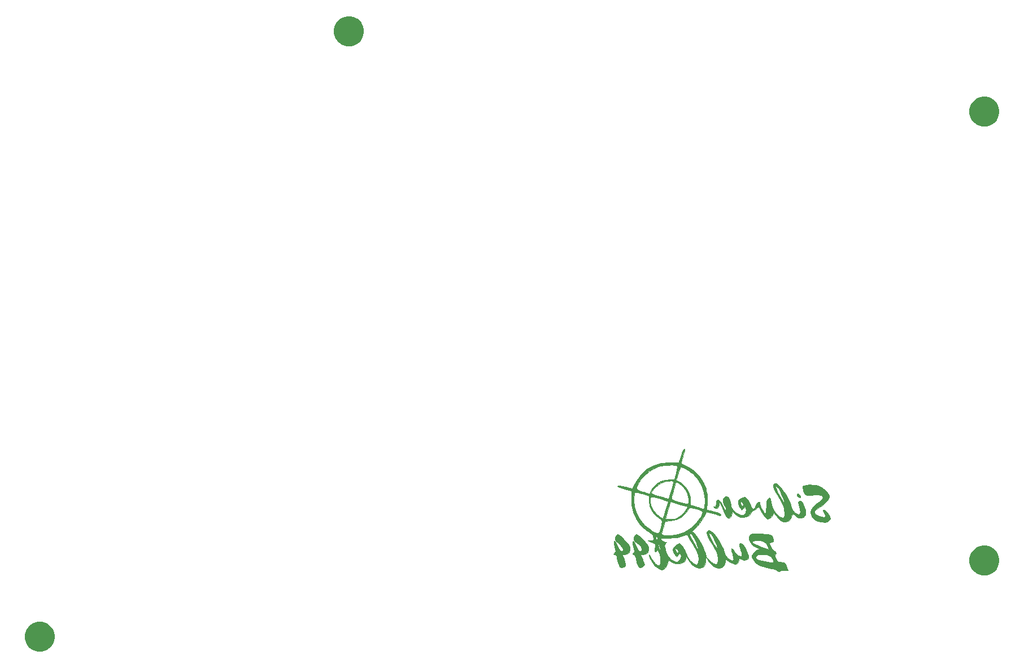
<source format=gbs>
G04 #@! TF.GenerationSoftware,KiCad,Pcbnew,5.1.5+dfsg1-2build2*
G04 #@! TF.CreationDate,2020-09-19T22:38:51+09:00*
G04 #@! TF.ProjectId,bottom,626f7474-6f6d-42e6-9b69-6361645f7063,rev?*
G04 #@! TF.SameCoordinates,Original*
G04 #@! TF.FileFunction,Soldermask,Bot*
G04 #@! TF.FilePolarity,Negative*
%FSLAX46Y46*%
G04 Gerber Fmt 4.6, Leading zero omitted, Abs format (unit mm)*
G04 Created by KiCad (PCBNEW 5.1.5+dfsg1-2build2) date 2020-09-19 22:38:51*
%MOMM*%
%LPD*%
G04 APERTURE LIST*
%ADD10C,0.010000*%
%ADD11C,0.100000*%
G04 APERTURE END LIST*
D10*
G36*
X123313184Y-91219845D02*
G01*
X123138718Y-91280295D01*
X123026435Y-91367708D01*
X122822989Y-91726773D01*
X122836525Y-92140687D01*
X123048715Y-92568666D01*
X123441232Y-92969923D01*
X123868755Y-93242225D01*
X124396500Y-93513365D01*
X123987645Y-93681957D01*
X123641191Y-93912141D01*
X123383900Y-94227426D01*
X123267497Y-94501388D01*
X123271758Y-94730957D01*
X123399952Y-95046640D01*
X123404663Y-95056534D01*
X123772982Y-95537445D01*
X124371224Y-95926593D01*
X125190683Y-96219234D01*
X125765074Y-96343081D01*
X126272317Y-96449666D01*
X126698641Y-96571922D01*
X126968016Y-96687181D01*
X127001317Y-96711691D01*
X127234416Y-96880106D01*
X127383155Y-96853741D01*
X127442531Y-96777186D01*
X127606976Y-96716421D01*
X127934132Y-96714638D01*
X128085026Y-96730949D01*
X128422107Y-96760884D01*
X128624682Y-96747480D01*
X128651000Y-96726378D01*
X128601175Y-96572558D01*
X128474372Y-96273180D01*
X128386199Y-96080890D01*
X128205589Y-95737791D01*
X128028430Y-95564758D01*
X127766569Y-95494948D01*
X127592449Y-95479024D01*
X127465458Y-95459451D01*
X126492000Y-95459451D01*
X126376821Y-95504443D01*
X126066002Y-95498328D01*
X125611619Y-95446146D01*
X125065749Y-95352934D01*
X124781110Y-95293910D01*
X124268201Y-95167730D01*
X123968778Y-95045998D01*
X123844898Y-94897118D01*
X123858616Y-94689489D01*
X123862359Y-94678500D01*
X123698000Y-94678500D01*
X123634500Y-94742000D01*
X123571000Y-94678500D01*
X123634500Y-94615000D01*
X123698000Y-94678500D01*
X123862359Y-94678500D01*
X123902088Y-94561887D01*
X124012761Y-94444909D01*
X124265809Y-94381961D01*
X124713084Y-94361215D01*
X124782820Y-94361000D01*
X125428634Y-94389008D01*
X125871502Y-94485698D01*
X126157571Y-94670066D01*
X126332988Y-94961107D01*
X126349415Y-95005882D01*
X126445543Y-95293352D01*
X126491368Y-95453441D01*
X126492000Y-95459451D01*
X127465458Y-95459451D01*
X127230213Y-95423193D01*
X127012494Y-95277904D01*
X126843641Y-94999959D01*
X126710465Y-94633240D01*
X126748391Y-94434809D01*
X126872103Y-94165265D01*
X126785762Y-93893241D01*
X126559088Y-93727364D01*
X126385450Y-93594395D01*
X125756380Y-93594395D01*
X125012940Y-93338634D01*
X124497891Y-93148042D01*
X123982935Y-92936528D01*
X123723889Y-92818770D01*
X123361108Y-92602474D01*
X123248376Y-92429183D01*
X123384855Y-92303513D01*
X123769703Y-92230080D01*
X123832012Y-92225036D01*
X124537632Y-92226830D01*
X125050270Y-92362603D01*
X125403381Y-92651263D01*
X125630420Y-93111715D01*
X125673951Y-93265969D01*
X125756380Y-93594395D01*
X126385450Y-93594395D01*
X126333724Y-93554785D01*
X126117399Y-93258838D01*
X125958486Y-92928390D01*
X125905357Y-92652310D01*
X125928839Y-92569508D01*
X126100186Y-92474350D01*
X126245496Y-92456000D01*
X126436016Y-92359621D01*
X126492620Y-92119105D01*
X126413294Y-91807384D01*
X126269750Y-91578422D01*
X126140649Y-91455874D01*
X125956770Y-91370212D01*
X125666975Y-91310432D01*
X125220123Y-91265532D01*
X124645685Y-91228989D01*
X124015999Y-91198533D01*
X123588721Y-91194038D01*
X123313184Y-91219845D01*
G37*
X123313184Y-91219845D02*
X123138718Y-91280295D01*
X123026435Y-91367708D01*
X122822989Y-91726773D01*
X122836525Y-92140687D01*
X123048715Y-92568666D01*
X123441232Y-92969923D01*
X123868755Y-93242225D01*
X124396500Y-93513365D01*
X123987645Y-93681957D01*
X123641191Y-93912141D01*
X123383900Y-94227426D01*
X123267497Y-94501388D01*
X123271758Y-94730957D01*
X123399952Y-95046640D01*
X123404663Y-95056534D01*
X123772982Y-95537445D01*
X124371224Y-95926593D01*
X125190683Y-96219234D01*
X125765074Y-96343081D01*
X126272317Y-96449666D01*
X126698641Y-96571922D01*
X126968016Y-96687181D01*
X127001317Y-96711691D01*
X127234416Y-96880106D01*
X127383155Y-96853741D01*
X127442531Y-96777186D01*
X127606976Y-96716421D01*
X127934132Y-96714638D01*
X128085026Y-96730949D01*
X128422107Y-96760884D01*
X128624682Y-96747480D01*
X128651000Y-96726378D01*
X128601175Y-96572558D01*
X128474372Y-96273180D01*
X128386199Y-96080890D01*
X128205589Y-95737791D01*
X128028430Y-95564758D01*
X127766569Y-95494948D01*
X127592449Y-95479024D01*
X127465458Y-95459451D01*
X126492000Y-95459451D01*
X126376821Y-95504443D01*
X126066002Y-95498328D01*
X125611619Y-95446146D01*
X125065749Y-95352934D01*
X124781110Y-95293910D01*
X124268201Y-95167730D01*
X123968778Y-95045998D01*
X123844898Y-94897118D01*
X123858616Y-94689489D01*
X123862359Y-94678500D01*
X123698000Y-94678500D01*
X123634500Y-94742000D01*
X123571000Y-94678500D01*
X123634500Y-94615000D01*
X123698000Y-94678500D01*
X123862359Y-94678500D01*
X123902088Y-94561887D01*
X124012761Y-94444909D01*
X124265809Y-94381961D01*
X124713084Y-94361215D01*
X124782820Y-94361000D01*
X125428634Y-94389008D01*
X125871502Y-94485698D01*
X126157571Y-94670066D01*
X126332988Y-94961107D01*
X126349415Y-95005882D01*
X126445543Y-95293352D01*
X126491368Y-95453441D01*
X126492000Y-95459451D01*
X127465458Y-95459451D01*
X127230213Y-95423193D01*
X127012494Y-95277904D01*
X126843641Y-94999959D01*
X126710465Y-94633240D01*
X126748391Y-94434809D01*
X126872103Y-94165265D01*
X126785762Y-93893241D01*
X126559088Y-93727364D01*
X126385450Y-93594395D01*
X125756380Y-93594395D01*
X125012940Y-93338634D01*
X124497891Y-93148042D01*
X123982935Y-92936528D01*
X123723889Y-92818770D01*
X123361108Y-92602474D01*
X123248376Y-92429183D01*
X123384855Y-92303513D01*
X123769703Y-92230080D01*
X123832012Y-92225036D01*
X124537632Y-92226830D01*
X125050270Y-92362603D01*
X125403381Y-92651263D01*
X125630420Y-93111715D01*
X125673951Y-93265969D01*
X125756380Y-93594395D01*
X126385450Y-93594395D01*
X126333724Y-93554785D01*
X126117399Y-93258838D01*
X125958486Y-92928390D01*
X125905357Y-92652310D01*
X125928839Y-92569508D01*
X126100186Y-92474350D01*
X126245496Y-92456000D01*
X126436016Y-92359621D01*
X126492620Y-92119105D01*
X126413294Y-91807384D01*
X126269750Y-91578422D01*
X126140649Y-91455874D01*
X125956770Y-91370212D01*
X125666975Y-91310432D01*
X125220123Y-91265532D01*
X124645685Y-91228989D01*
X124015999Y-91198533D01*
X123588721Y-91194038D01*
X123313184Y-91219845D01*
G36*
X112964264Y-78599830D02*
G01*
X112819888Y-78899725D01*
X112715046Y-79216250D01*
X112545048Y-79810044D01*
X112421922Y-80199839D01*
X112325622Y-80426658D01*
X112236103Y-80531530D01*
X112133318Y-80555479D01*
X112063832Y-80549017D01*
X111823047Y-80531937D01*
X111412625Y-80517213D01*
X110916926Y-80507788D01*
X110865007Y-80507241D01*
X109711512Y-80618552D01*
X108618252Y-80960694D01*
X107619023Y-81511877D01*
X106747620Y-82250312D01*
X106037839Y-83154208D01*
X105659921Y-83863144D01*
X105497864Y-84199622D01*
X105369203Y-84414029D01*
X105324085Y-84455000D01*
X105175187Y-84423593D01*
X104844672Y-84340102D01*
X104395599Y-84220618D01*
X104249553Y-84180808D01*
X103777082Y-84063503D01*
X103402320Y-83993180D01*
X103188609Y-83980966D01*
X103165359Y-83990308D01*
X103123989Y-84079896D01*
X103211872Y-84169922D01*
X103462577Y-84276699D01*
X103909675Y-84416538D01*
X104229185Y-84507251D01*
X105219500Y-84783300D01*
X105175144Y-85741604D01*
X105231855Y-86910954D01*
X105498705Y-88029843D01*
X105956646Y-89060232D01*
X106586632Y-89964083D01*
X107369616Y-90703359D01*
X107805903Y-90995500D01*
X108162300Y-91239078D01*
X108396444Y-91465077D01*
X108455480Y-91588362D01*
X108503841Y-91902211D01*
X108535088Y-92001112D01*
X108538099Y-92128714D01*
X108385094Y-92191321D01*
X108058838Y-92210595D01*
X107766142Y-92226949D01*
X107685117Y-92270514D01*
X107826110Y-92351452D01*
X108199470Y-92479929D01*
X108394500Y-92540307D01*
X108624181Y-92641921D01*
X108739727Y-92808634D01*
X108758576Y-93100652D01*
X108698165Y-93578181D01*
X108697075Y-93585000D01*
X108713306Y-93836443D01*
X108797458Y-93941569D01*
X108928189Y-93877702D01*
X108994064Y-93701569D01*
X109035260Y-93548474D01*
X109102795Y-93576538D01*
X109227632Y-93809186D01*
X109278152Y-93916500D01*
X109419861Y-94331965D01*
X109505848Y-94807575D01*
X109534393Y-95276451D01*
X109503781Y-95671712D01*
X109412291Y-95926481D01*
X109331251Y-95983402D01*
X109096759Y-95917271D01*
X108793775Y-95682476D01*
X108475181Y-95333477D01*
X108193860Y-94924733D01*
X108069707Y-94684216D01*
X107922000Y-94397231D01*
X107844499Y-94328378D01*
X107844128Y-94449796D01*
X107927811Y-94733626D01*
X108006999Y-94936529D01*
X108322607Y-95526109D01*
X108723900Y-96034589D01*
X109163063Y-96415611D01*
X109592284Y-96622815D01*
X109771124Y-96647000D01*
X109998051Y-96571766D01*
X110242443Y-96413320D01*
X110492373Y-96061562D01*
X110605763Y-95639198D01*
X110680500Y-95098756D01*
X111034145Y-95377552D01*
X111492036Y-95624028D01*
X112009602Y-95728193D01*
X112519733Y-95696622D01*
X112955322Y-95535889D01*
X113249260Y-95252568D01*
X113295593Y-95156009D01*
X113359294Y-94881918D01*
X113340914Y-94731342D01*
X113312675Y-94620476D01*
X113326766Y-94615000D01*
X113420811Y-94712766D01*
X113603962Y-94965497D01*
X113774791Y-95223181D01*
X114273947Y-95861447D01*
X114792033Y-96252290D01*
X115324864Y-96392612D01*
X115354675Y-96393000D01*
X115792168Y-96298139D01*
X116099720Y-96004229D01*
X116289068Y-95497282D01*
X116335328Y-95224063D01*
X116342886Y-95063094D01*
X115281300Y-95063094D01*
X115206631Y-95535750D01*
X115086893Y-95784376D01*
X114947428Y-95863816D01*
X114718148Y-95783480D01*
X114463833Y-95635483D01*
X114007442Y-95238472D01*
X113609570Y-94673245D01*
X113328317Y-94025585D01*
X113295493Y-93910451D01*
X113258188Y-93823888D01*
X112209530Y-93823888D01*
X112199676Y-93987806D01*
X112083610Y-94053130D01*
X111908745Y-93909856D01*
X111867445Y-93860387D01*
X111724052Y-93615144D01*
X111712593Y-93445961D01*
X111847120Y-93428930D01*
X112044825Y-93573379D01*
X112209530Y-93823888D01*
X113258188Y-93823888D01*
X113108094Y-93475615D01*
X112822290Y-93074936D01*
X112772004Y-93023670D01*
X112382956Y-92650939D01*
X111912728Y-92902719D01*
X111529595Y-93216365D01*
X111384522Y-93601587D01*
X111482620Y-94028719D01*
X111671096Y-94305416D01*
X111977028Y-94661084D01*
X112211933Y-94386734D01*
X112407675Y-94212544D01*
X112534107Y-94251265D01*
X112545975Y-94268442D01*
X112643779Y-94638560D01*
X112518672Y-95027118D01*
X112346555Y-95235856D01*
X112124879Y-95416165D01*
X111931966Y-95447471D01*
X111644659Y-95346336D01*
X111616305Y-95334063D01*
X111072105Y-95017438D01*
X110680616Y-94582967D01*
X110398703Y-93975915D01*
X110307026Y-93672765D01*
X110264498Y-93509941D01*
X109501091Y-93509941D01*
X109493216Y-93658107D01*
X109470011Y-93660034D01*
X109372307Y-93501776D01*
X109281797Y-93210235D01*
X109281186Y-93207462D01*
X109231132Y-92873756D01*
X109260639Y-92770109D01*
X109343355Y-92895716D01*
X109443635Y-93212430D01*
X109501091Y-93509941D01*
X110264498Y-93509941D01*
X110189907Y-93224363D01*
X110141947Y-92954986D01*
X110163685Y-92799107D01*
X110255657Y-92691194D01*
X110315467Y-92644330D01*
X110475645Y-92508535D01*
X110418088Y-92465125D01*
X110276822Y-92460039D01*
X109998059Y-92380012D01*
X109738931Y-92198645D01*
X109604059Y-91992895D01*
X109601008Y-91962990D01*
X109093000Y-91962990D01*
X109042896Y-92133827D01*
X108966000Y-92138500D01*
X108860395Y-91959887D01*
X108839000Y-91806009D01*
X108889105Y-91635172D01*
X108966000Y-91630500D01*
X109071606Y-91809112D01*
X109093000Y-91962990D01*
X109601008Y-91962990D01*
X109601000Y-91962921D01*
X109718913Y-91922770D01*
X110036354Y-91890587D01*
X110498880Y-91870623D01*
X110839250Y-91866236D01*
X111528083Y-91849843D01*
X112068198Y-91790601D01*
X112563889Y-91668097D01*
X113119445Y-91461918D01*
X113307795Y-91383071D01*
X113471254Y-91381186D01*
X113636994Y-91551148D01*
X113801921Y-91842215D01*
X114026870Y-92247068D01*
X114326715Y-92739342D01*
X114579463Y-93126954D01*
X114954835Y-93793098D01*
X115193927Y-94458243D01*
X115281300Y-95063094D01*
X116342886Y-95063094D01*
X116359675Y-94705525D01*
X116271047Y-94212107D01*
X116153300Y-93861555D01*
X115930888Y-93332978D01*
X115168818Y-93332978D01*
X115160131Y-93469232D01*
X115052916Y-93404310D01*
X114856982Y-93144291D01*
X114582138Y-92695256D01*
X114238194Y-92063284D01*
X114229977Y-92047471D01*
X114052061Y-91664274D01*
X113939520Y-91344057D01*
X113919000Y-91224858D01*
X113971035Y-91112983D01*
X114108536Y-91192258D01*
X114303599Y-91426535D01*
X114528320Y-91779669D01*
X114754795Y-92215513D01*
X114851373Y-92432621D01*
X115069169Y-92989467D01*
X115168818Y-93332978D01*
X115930888Y-93332978D01*
X115853940Y-93150107D01*
X115503112Y-92454047D01*
X115138440Y-91840000D01*
X114797544Y-91374591D01*
X114675130Y-91243875D01*
X114308817Y-90892925D01*
X115000280Y-90146063D01*
X115396466Y-89668041D01*
X115770161Y-89133087D01*
X116040190Y-88657539D01*
X116358207Y-87980648D01*
X115881115Y-87980648D01*
X115820679Y-88249646D01*
X115606583Y-88660930D01*
X115494574Y-88856962D01*
X114889480Y-89677307D01*
X114107661Y-90377449D01*
X113199874Y-90930778D01*
X112216879Y-91310687D01*
X111209433Y-91490565D01*
X110490000Y-91480514D01*
X110110668Y-91434779D01*
X109831614Y-91389995D01*
X109772631Y-91375948D01*
X109719287Y-91257312D01*
X109756592Y-90948032D01*
X109887343Y-90427409D01*
X109912919Y-90337678D01*
X110163780Y-89467006D01*
X109756805Y-89467006D01*
X109719071Y-89821901D01*
X109585532Y-90339763D01*
X109537262Y-90507117D01*
X109414245Y-90900818D01*
X109310231Y-91100273D01*
X109179758Y-91156920D01*
X108990714Y-91125510D01*
X108687251Y-91008451D01*
X108288574Y-90802369D01*
X108054972Y-90662008D01*
X107196223Y-89975933D01*
X106495019Y-89134457D01*
X105973463Y-88180789D01*
X105653656Y-87158142D01*
X105557699Y-86109728D01*
X105574420Y-85812284D01*
X105620291Y-85403740D01*
X105669859Y-85109140D01*
X105703297Y-85008370D01*
X105845400Y-85011537D01*
X106170610Y-85073440D01*
X106618163Y-85181799D01*
X106793930Y-85228828D01*
X107823000Y-85510848D01*
X107823000Y-86238422D01*
X107944511Y-87096021D01*
X108295232Y-87869333D01*
X108854447Y-88519378D01*
X109161167Y-88756272D01*
X109491253Y-88996576D01*
X109685333Y-89212693D01*
X109756805Y-89467006D01*
X110163780Y-89467006D01*
X110199077Y-89344500D01*
X111017403Y-89272906D01*
X111937159Y-89082876D01*
X112709350Y-88686317D01*
X113335053Y-88082668D01*
X113360367Y-88049860D01*
X113601496Y-87717246D01*
X113772712Y-87451422D01*
X113818922Y-87358736D01*
X113910289Y-87295379D01*
X114142936Y-87307058D01*
X114553990Y-87398461D01*
X114914087Y-87497045D01*
X115450456Y-87657379D01*
X115765253Y-87800903D01*
X115881115Y-87980648D01*
X116358207Y-87980648D01*
X116388638Y-87915877D01*
X117281069Y-88159362D01*
X117753998Y-88289190D01*
X118151152Y-88399644D01*
X118389801Y-88467706D01*
X118395750Y-88469482D01*
X118583700Y-88453603D01*
X118618000Y-88363398D01*
X118503733Y-88229052D01*
X118205064Y-88089710D01*
X118014750Y-88031510D01*
X117542172Y-87906758D01*
X117084827Y-87785937D01*
X116959559Y-87752820D01*
X116507617Y-87633300D01*
X116561913Y-86497652D01*
X116569245Y-86133743D01*
X116203266Y-86133743D01*
X116188230Y-86602119D01*
X116150763Y-87030160D01*
X116099287Y-87350900D01*
X116042224Y-87497376D01*
X116031438Y-87499978D01*
X115910862Y-87465520D01*
X115604334Y-87376340D01*
X115169616Y-87249260D01*
X114998500Y-87199127D01*
X114863049Y-87159421D01*
X113660220Y-87159421D01*
X113376860Y-87664229D01*
X113053482Y-88085936D01*
X112593539Y-88505678D01*
X112099635Y-88835965D01*
X111887000Y-88934638D01*
X111659006Y-88976619D01*
X111276514Y-89007266D01*
X110981916Y-89016973D01*
X110267332Y-89027000D01*
X110646403Y-87713128D01*
X111018950Y-86421872D01*
X110672218Y-86421872D01*
X110619258Y-86703498D01*
X110526581Y-87001887D01*
X110392353Y-87450146D01*
X110244810Y-87953921D01*
X110237482Y-87979250D01*
X110102457Y-88418985D01*
X109987514Y-88744458D01*
X109914136Y-88895849D01*
X109906816Y-88900000D01*
X109759980Y-88847110D01*
X109499444Y-88720838D01*
X108913372Y-88282827D01*
X108435469Y-87667959D01*
X108111502Y-86945593D01*
X108005905Y-86457438D01*
X107973501Y-86063645D01*
X108017562Y-85819661D01*
X108174703Y-85710215D01*
X108481538Y-85720038D01*
X108974683Y-85833858D01*
X109290691Y-85921622D01*
X109806421Y-86068975D01*
X110236521Y-86193441D01*
X110517165Y-86276477D01*
X110580649Y-86296377D01*
X110672218Y-86421872D01*
X111018950Y-86421872D01*
X111025475Y-86399257D01*
X112342848Y-86779339D01*
X113660220Y-87159421D01*
X114863049Y-87159421D01*
X113982500Y-86901298D01*
X114023923Y-86442422D01*
X114017822Y-86345863D01*
X113785684Y-86345863D01*
X113764849Y-86589413D01*
X113657538Y-86712984D01*
X113426381Y-86728376D01*
X113034006Y-86647388D01*
X112443043Y-86481819D01*
X112284231Y-86435669D01*
X111803912Y-86292013D01*
X111425818Y-86171381D01*
X111209508Y-86093083D01*
X111181927Y-86078260D01*
X111189433Y-85940353D01*
X111254845Y-85623585D01*
X111360815Y-85191690D01*
X111489996Y-84708401D01*
X111625038Y-84237454D01*
X111748593Y-83842581D01*
X111843313Y-83587517D01*
X111875133Y-83531584D01*
X112031673Y-83534267D01*
X112303584Y-83682928D01*
X112636437Y-83934646D01*
X112975800Y-84246501D01*
X113267241Y-84575571D01*
X113356328Y-84699559D01*
X113631363Y-85287089D01*
X113757415Y-85970536D01*
X113785684Y-86345863D01*
X114017822Y-86345863D01*
X113976901Y-85698314D01*
X113730226Y-84940584D01*
X113317250Y-84256723D01*
X113094821Y-84005136D01*
X112741220Y-83691172D01*
X112401895Y-83454412D01*
X112268749Y-83393513D01*
X111506000Y-83393513D01*
X111473414Y-83566042D01*
X111387555Y-83904284D01*
X111266277Y-84346668D01*
X111127432Y-84831623D01*
X110988871Y-85297577D01*
X110868447Y-85682961D01*
X110784013Y-85926202D01*
X110756354Y-85979000D01*
X110618396Y-85948075D01*
X110289757Y-85864648D01*
X109824894Y-85742737D01*
X109452814Y-85643412D01*
X108867540Y-85470662D01*
X108448125Y-85314487D01*
X108228553Y-85188444D01*
X108204000Y-85145285D01*
X108298213Y-84883320D01*
X108543391Y-84536093D01*
X108883345Y-84165319D01*
X109261886Y-83832716D01*
X109601000Y-83610878D01*
X109942072Y-83480880D01*
X110364233Y-83379680D01*
X110799312Y-83315058D01*
X111179137Y-83294792D01*
X111435537Y-83326661D01*
X111506000Y-83393513D01*
X112268749Y-83393513D01*
X112204618Y-83364181D01*
X111980896Y-83256346D01*
X111929323Y-83130891D01*
X111990546Y-82937494D01*
X112094256Y-82578767D01*
X112209782Y-82162310D01*
X112336504Y-81729628D01*
X112450542Y-81396249D01*
X112495365Y-81300779D01*
X112072892Y-81300779D01*
X112008835Y-81642513D01*
X111885316Y-82118916D01*
X111610542Y-83121544D01*
X111056542Y-83077482D01*
X110321456Y-83131398D01*
X109588141Y-83381556D01*
X108920799Y-83790078D01*
X108383630Y-84319087D01*
X108077330Y-84835203D01*
X107965157Y-85094555D01*
X107904468Y-85213174D01*
X107902843Y-85213978D01*
X107782657Y-85179164D01*
X107476622Y-85089024D01*
X107042374Y-84960554D01*
X106870500Y-84909601D01*
X106354891Y-84751385D01*
X106052891Y-84616613D01*
X105935745Y-84452724D01*
X105974701Y-84207158D01*
X106141006Y-83827353D01*
X106204950Y-83693000D01*
X106620847Y-83038302D01*
X107216678Y-82391307D01*
X107924606Y-81815627D01*
X108676795Y-81374874D01*
X108677224Y-81374673D01*
X109168746Y-81163753D01*
X109604819Y-81034553D01*
X110090938Y-80963624D01*
X110680500Y-80929400D01*
X111208927Y-80922587D01*
X111649547Y-80940480D01*
X111934202Y-80979325D01*
X111991795Y-81001614D01*
X112065611Y-81103944D01*
X112072892Y-81300779D01*
X112495365Y-81300779D01*
X112524049Y-81239685D01*
X112695943Y-81220789D01*
X113012992Y-81328564D01*
X113419567Y-81534113D01*
X113860038Y-81808540D01*
X114278775Y-82122947D01*
X114362587Y-82194727D01*
X115145994Y-83039912D01*
X115724849Y-84002461D01*
X116082739Y-85047253D01*
X116203266Y-86133743D01*
X116569245Y-86133743D01*
X116575653Y-85815743D01*
X116533383Y-85268406D01*
X116422854Y-84740014D01*
X116348106Y-84479332D01*
X115940441Y-83512230D01*
X115345929Y-82615434D01*
X114609158Y-81838784D01*
X113774716Y-81232121D01*
X113188750Y-80947730D01*
X112866975Y-80805622D01*
X112673858Y-80687959D01*
X112649000Y-80652973D01*
X112682278Y-80500101D01*
X112771005Y-80165629D01*
X112898523Y-79711505D01*
X112951715Y-79527227D01*
X113096055Y-78997028D01*
X113157800Y-78670759D01*
X113141477Y-78513759D01*
X113087727Y-78486000D01*
X112964264Y-78599830D01*
G37*
X112964264Y-78599830D02*
X112819888Y-78899725D01*
X112715046Y-79216250D01*
X112545048Y-79810044D01*
X112421922Y-80199839D01*
X112325622Y-80426658D01*
X112236103Y-80531530D01*
X112133318Y-80555479D01*
X112063832Y-80549017D01*
X111823047Y-80531937D01*
X111412625Y-80517213D01*
X110916926Y-80507788D01*
X110865007Y-80507241D01*
X109711512Y-80618552D01*
X108618252Y-80960694D01*
X107619023Y-81511877D01*
X106747620Y-82250312D01*
X106037839Y-83154208D01*
X105659921Y-83863144D01*
X105497864Y-84199622D01*
X105369203Y-84414029D01*
X105324085Y-84455000D01*
X105175187Y-84423593D01*
X104844672Y-84340102D01*
X104395599Y-84220618D01*
X104249553Y-84180808D01*
X103777082Y-84063503D01*
X103402320Y-83993180D01*
X103188609Y-83980966D01*
X103165359Y-83990308D01*
X103123989Y-84079896D01*
X103211872Y-84169922D01*
X103462577Y-84276699D01*
X103909675Y-84416538D01*
X104229185Y-84507251D01*
X105219500Y-84783300D01*
X105175144Y-85741604D01*
X105231855Y-86910954D01*
X105498705Y-88029843D01*
X105956646Y-89060232D01*
X106586632Y-89964083D01*
X107369616Y-90703359D01*
X107805903Y-90995500D01*
X108162300Y-91239078D01*
X108396444Y-91465077D01*
X108455480Y-91588362D01*
X108503841Y-91902211D01*
X108535088Y-92001112D01*
X108538099Y-92128714D01*
X108385094Y-92191321D01*
X108058838Y-92210595D01*
X107766142Y-92226949D01*
X107685117Y-92270514D01*
X107826110Y-92351452D01*
X108199470Y-92479929D01*
X108394500Y-92540307D01*
X108624181Y-92641921D01*
X108739727Y-92808634D01*
X108758576Y-93100652D01*
X108698165Y-93578181D01*
X108697075Y-93585000D01*
X108713306Y-93836443D01*
X108797458Y-93941569D01*
X108928189Y-93877702D01*
X108994064Y-93701569D01*
X109035260Y-93548474D01*
X109102795Y-93576538D01*
X109227632Y-93809186D01*
X109278152Y-93916500D01*
X109419861Y-94331965D01*
X109505848Y-94807575D01*
X109534393Y-95276451D01*
X109503781Y-95671712D01*
X109412291Y-95926481D01*
X109331251Y-95983402D01*
X109096759Y-95917271D01*
X108793775Y-95682476D01*
X108475181Y-95333477D01*
X108193860Y-94924733D01*
X108069707Y-94684216D01*
X107922000Y-94397231D01*
X107844499Y-94328378D01*
X107844128Y-94449796D01*
X107927811Y-94733626D01*
X108006999Y-94936529D01*
X108322607Y-95526109D01*
X108723900Y-96034589D01*
X109163063Y-96415611D01*
X109592284Y-96622815D01*
X109771124Y-96647000D01*
X109998051Y-96571766D01*
X110242443Y-96413320D01*
X110492373Y-96061562D01*
X110605763Y-95639198D01*
X110680500Y-95098756D01*
X111034145Y-95377552D01*
X111492036Y-95624028D01*
X112009602Y-95728193D01*
X112519733Y-95696622D01*
X112955322Y-95535889D01*
X113249260Y-95252568D01*
X113295593Y-95156009D01*
X113359294Y-94881918D01*
X113340914Y-94731342D01*
X113312675Y-94620476D01*
X113326766Y-94615000D01*
X113420811Y-94712766D01*
X113603962Y-94965497D01*
X113774791Y-95223181D01*
X114273947Y-95861447D01*
X114792033Y-96252290D01*
X115324864Y-96392612D01*
X115354675Y-96393000D01*
X115792168Y-96298139D01*
X116099720Y-96004229D01*
X116289068Y-95497282D01*
X116335328Y-95224063D01*
X116342886Y-95063094D01*
X115281300Y-95063094D01*
X115206631Y-95535750D01*
X115086893Y-95784376D01*
X114947428Y-95863816D01*
X114718148Y-95783480D01*
X114463833Y-95635483D01*
X114007442Y-95238472D01*
X113609570Y-94673245D01*
X113328317Y-94025585D01*
X113295493Y-93910451D01*
X113258188Y-93823888D01*
X112209530Y-93823888D01*
X112199676Y-93987806D01*
X112083610Y-94053130D01*
X111908745Y-93909856D01*
X111867445Y-93860387D01*
X111724052Y-93615144D01*
X111712593Y-93445961D01*
X111847120Y-93428930D01*
X112044825Y-93573379D01*
X112209530Y-93823888D01*
X113258188Y-93823888D01*
X113108094Y-93475615D01*
X112822290Y-93074936D01*
X112772004Y-93023670D01*
X112382956Y-92650939D01*
X111912728Y-92902719D01*
X111529595Y-93216365D01*
X111384522Y-93601587D01*
X111482620Y-94028719D01*
X111671096Y-94305416D01*
X111977028Y-94661084D01*
X112211933Y-94386734D01*
X112407675Y-94212544D01*
X112534107Y-94251265D01*
X112545975Y-94268442D01*
X112643779Y-94638560D01*
X112518672Y-95027118D01*
X112346555Y-95235856D01*
X112124879Y-95416165D01*
X111931966Y-95447471D01*
X111644659Y-95346336D01*
X111616305Y-95334063D01*
X111072105Y-95017438D01*
X110680616Y-94582967D01*
X110398703Y-93975915D01*
X110307026Y-93672765D01*
X110264498Y-93509941D01*
X109501091Y-93509941D01*
X109493216Y-93658107D01*
X109470011Y-93660034D01*
X109372307Y-93501776D01*
X109281797Y-93210235D01*
X109281186Y-93207462D01*
X109231132Y-92873756D01*
X109260639Y-92770109D01*
X109343355Y-92895716D01*
X109443635Y-93212430D01*
X109501091Y-93509941D01*
X110264498Y-93509941D01*
X110189907Y-93224363D01*
X110141947Y-92954986D01*
X110163685Y-92799107D01*
X110255657Y-92691194D01*
X110315467Y-92644330D01*
X110475645Y-92508535D01*
X110418088Y-92465125D01*
X110276822Y-92460039D01*
X109998059Y-92380012D01*
X109738931Y-92198645D01*
X109604059Y-91992895D01*
X109601008Y-91962990D01*
X109093000Y-91962990D01*
X109042896Y-92133827D01*
X108966000Y-92138500D01*
X108860395Y-91959887D01*
X108839000Y-91806009D01*
X108889105Y-91635172D01*
X108966000Y-91630500D01*
X109071606Y-91809112D01*
X109093000Y-91962990D01*
X109601008Y-91962990D01*
X109601000Y-91962921D01*
X109718913Y-91922770D01*
X110036354Y-91890587D01*
X110498880Y-91870623D01*
X110839250Y-91866236D01*
X111528083Y-91849843D01*
X112068198Y-91790601D01*
X112563889Y-91668097D01*
X113119445Y-91461918D01*
X113307795Y-91383071D01*
X113471254Y-91381186D01*
X113636994Y-91551148D01*
X113801921Y-91842215D01*
X114026870Y-92247068D01*
X114326715Y-92739342D01*
X114579463Y-93126954D01*
X114954835Y-93793098D01*
X115193927Y-94458243D01*
X115281300Y-95063094D01*
X116342886Y-95063094D01*
X116359675Y-94705525D01*
X116271047Y-94212107D01*
X116153300Y-93861555D01*
X115930888Y-93332978D01*
X115168818Y-93332978D01*
X115160131Y-93469232D01*
X115052916Y-93404310D01*
X114856982Y-93144291D01*
X114582138Y-92695256D01*
X114238194Y-92063284D01*
X114229977Y-92047471D01*
X114052061Y-91664274D01*
X113939520Y-91344057D01*
X113919000Y-91224858D01*
X113971035Y-91112983D01*
X114108536Y-91192258D01*
X114303599Y-91426535D01*
X114528320Y-91779669D01*
X114754795Y-92215513D01*
X114851373Y-92432621D01*
X115069169Y-92989467D01*
X115168818Y-93332978D01*
X115930888Y-93332978D01*
X115853940Y-93150107D01*
X115503112Y-92454047D01*
X115138440Y-91840000D01*
X114797544Y-91374591D01*
X114675130Y-91243875D01*
X114308817Y-90892925D01*
X115000280Y-90146063D01*
X115396466Y-89668041D01*
X115770161Y-89133087D01*
X116040190Y-88657539D01*
X116358207Y-87980648D01*
X115881115Y-87980648D01*
X115820679Y-88249646D01*
X115606583Y-88660930D01*
X115494574Y-88856962D01*
X114889480Y-89677307D01*
X114107661Y-90377449D01*
X113199874Y-90930778D01*
X112216879Y-91310687D01*
X111209433Y-91490565D01*
X110490000Y-91480514D01*
X110110668Y-91434779D01*
X109831614Y-91389995D01*
X109772631Y-91375948D01*
X109719287Y-91257312D01*
X109756592Y-90948032D01*
X109887343Y-90427409D01*
X109912919Y-90337678D01*
X110163780Y-89467006D01*
X109756805Y-89467006D01*
X109719071Y-89821901D01*
X109585532Y-90339763D01*
X109537262Y-90507117D01*
X109414245Y-90900818D01*
X109310231Y-91100273D01*
X109179758Y-91156920D01*
X108990714Y-91125510D01*
X108687251Y-91008451D01*
X108288574Y-90802369D01*
X108054972Y-90662008D01*
X107196223Y-89975933D01*
X106495019Y-89134457D01*
X105973463Y-88180789D01*
X105653656Y-87158142D01*
X105557699Y-86109728D01*
X105574420Y-85812284D01*
X105620291Y-85403740D01*
X105669859Y-85109140D01*
X105703297Y-85008370D01*
X105845400Y-85011537D01*
X106170610Y-85073440D01*
X106618163Y-85181799D01*
X106793930Y-85228828D01*
X107823000Y-85510848D01*
X107823000Y-86238422D01*
X107944511Y-87096021D01*
X108295232Y-87869333D01*
X108854447Y-88519378D01*
X109161167Y-88756272D01*
X109491253Y-88996576D01*
X109685333Y-89212693D01*
X109756805Y-89467006D01*
X110163780Y-89467006D01*
X110199077Y-89344500D01*
X111017403Y-89272906D01*
X111937159Y-89082876D01*
X112709350Y-88686317D01*
X113335053Y-88082668D01*
X113360367Y-88049860D01*
X113601496Y-87717246D01*
X113772712Y-87451422D01*
X113818922Y-87358736D01*
X113910289Y-87295379D01*
X114142936Y-87307058D01*
X114553990Y-87398461D01*
X114914087Y-87497045D01*
X115450456Y-87657379D01*
X115765253Y-87800903D01*
X115881115Y-87980648D01*
X116358207Y-87980648D01*
X116388638Y-87915877D01*
X117281069Y-88159362D01*
X117753998Y-88289190D01*
X118151152Y-88399644D01*
X118389801Y-88467706D01*
X118395750Y-88469482D01*
X118583700Y-88453603D01*
X118618000Y-88363398D01*
X118503733Y-88229052D01*
X118205064Y-88089710D01*
X118014750Y-88031510D01*
X117542172Y-87906758D01*
X117084827Y-87785937D01*
X116959559Y-87752820D01*
X116507617Y-87633300D01*
X116561913Y-86497652D01*
X116569245Y-86133743D01*
X116203266Y-86133743D01*
X116188230Y-86602119D01*
X116150763Y-87030160D01*
X116099287Y-87350900D01*
X116042224Y-87497376D01*
X116031438Y-87499978D01*
X115910862Y-87465520D01*
X115604334Y-87376340D01*
X115169616Y-87249260D01*
X114998500Y-87199127D01*
X114863049Y-87159421D01*
X113660220Y-87159421D01*
X113376860Y-87664229D01*
X113053482Y-88085936D01*
X112593539Y-88505678D01*
X112099635Y-88835965D01*
X111887000Y-88934638D01*
X111659006Y-88976619D01*
X111276514Y-89007266D01*
X110981916Y-89016973D01*
X110267332Y-89027000D01*
X110646403Y-87713128D01*
X111018950Y-86421872D01*
X110672218Y-86421872D01*
X110619258Y-86703498D01*
X110526581Y-87001887D01*
X110392353Y-87450146D01*
X110244810Y-87953921D01*
X110237482Y-87979250D01*
X110102457Y-88418985D01*
X109987514Y-88744458D01*
X109914136Y-88895849D01*
X109906816Y-88900000D01*
X109759980Y-88847110D01*
X109499444Y-88720838D01*
X108913372Y-88282827D01*
X108435469Y-87667959D01*
X108111502Y-86945593D01*
X108005905Y-86457438D01*
X107973501Y-86063645D01*
X108017562Y-85819661D01*
X108174703Y-85710215D01*
X108481538Y-85720038D01*
X108974683Y-85833858D01*
X109290691Y-85921622D01*
X109806421Y-86068975D01*
X110236521Y-86193441D01*
X110517165Y-86276477D01*
X110580649Y-86296377D01*
X110672218Y-86421872D01*
X111018950Y-86421872D01*
X111025475Y-86399257D01*
X112342848Y-86779339D01*
X113660220Y-87159421D01*
X114863049Y-87159421D01*
X113982500Y-86901298D01*
X114023923Y-86442422D01*
X114017822Y-86345863D01*
X113785684Y-86345863D01*
X113764849Y-86589413D01*
X113657538Y-86712984D01*
X113426381Y-86728376D01*
X113034006Y-86647388D01*
X112443043Y-86481819D01*
X112284231Y-86435669D01*
X111803912Y-86292013D01*
X111425818Y-86171381D01*
X111209508Y-86093083D01*
X111181927Y-86078260D01*
X111189433Y-85940353D01*
X111254845Y-85623585D01*
X111360815Y-85191690D01*
X111489996Y-84708401D01*
X111625038Y-84237454D01*
X111748593Y-83842581D01*
X111843313Y-83587517D01*
X111875133Y-83531584D01*
X112031673Y-83534267D01*
X112303584Y-83682928D01*
X112636437Y-83934646D01*
X112975800Y-84246501D01*
X113267241Y-84575571D01*
X113356328Y-84699559D01*
X113631363Y-85287089D01*
X113757415Y-85970536D01*
X113785684Y-86345863D01*
X114017822Y-86345863D01*
X113976901Y-85698314D01*
X113730226Y-84940584D01*
X113317250Y-84256723D01*
X113094821Y-84005136D01*
X112741220Y-83691172D01*
X112401895Y-83454412D01*
X112268749Y-83393513D01*
X111506000Y-83393513D01*
X111473414Y-83566042D01*
X111387555Y-83904284D01*
X111266277Y-84346668D01*
X111127432Y-84831623D01*
X110988871Y-85297577D01*
X110868447Y-85682961D01*
X110784013Y-85926202D01*
X110756354Y-85979000D01*
X110618396Y-85948075D01*
X110289757Y-85864648D01*
X109824894Y-85742737D01*
X109452814Y-85643412D01*
X108867540Y-85470662D01*
X108448125Y-85314487D01*
X108228553Y-85188444D01*
X108204000Y-85145285D01*
X108298213Y-84883320D01*
X108543391Y-84536093D01*
X108883345Y-84165319D01*
X109261886Y-83832716D01*
X109601000Y-83610878D01*
X109942072Y-83480880D01*
X110364233Y-83379680D01*
X110799312Y-83315058D01*
X111179137Y-83294792D01*
X111435537Y-83326661D01*
X111506000Y-83393513D01*
X112268749Y-83393513D01*
X112204618Y-83364181D01*
X111980896Y-83256346D01*
X111929323Y-83130891D01*
X111990546Y-82937494D01*
X112094256Y-82578767D01*
X112209782Y-82162310D01*
X112336504Y-81729628D01*
X112450542Y-81396249D01*
X112495365Y-81300779D01*
X112072892Y-81300779D01*
X112008835Y-81642513D01*
X111885316Y-82118916D01*
X111610542Y-83121544D01*
X111056542Y-83077482D01*
X110321456Y-83131398D01*
X109588141Y-83381556D01*
X108920799Y-83790078D01*
X108383630Y-84319087D01*
X108077330Y-84835203D01*
X107965157Y-85094555D01*
X107904468Y-85213174D01*
X107902843Y-85213978D01*
X107782657Y-85179164D01*
X107476622Y-85089024D01*
X107042374Y-84960554D01*
X106870500Y-84909601D01*
X106354891Y-84751385D01*
X106052891Y-84616613D01*
X105935745Y-84452724D01*
X105974701Y-84207158D01*
X106141006Y-83827353D01*
X106204950Y-83693000D01*
X106620847Y-83038302D01*
X107216678Y-82391307D01*
X107924606Y-81815627D01*
X108676795Y-81374874D01*
X108677224Y-81374673D01*
X109168746Y-81163753D01*
X109604819Y-81034553D01*
X110090938Y-80963624D01*
X110680500Y-80929400D01*
X111208927Y-80922587D01*
X111649547Y-80940480D01*
X111934202Y-80979325D01*
X111991795Y-81001614D01*
X112065611Y-81103944D01*
X112072892Y-81300779D01*
X112495365Y-81300779D01*
X112524049Y-81239685D01*
X112695943Y-81220789D01*
X113012992Y-81328564D01*
X113419567Y-81534113D01*
X113860038Y-81808540D01*
X114278775Y-82122947D01*
X114362587Y-82194727D01*
X115145994Y-83039912D01*
X115724849Y-84002461D01*
X116082739Y-85047253D01*
X116203266Y-86133743D01*
X116569245Y-86133743D01*
X116575653Y-85815743D01*
X116533383Y-85268406D01*
X116422854Y-84740014D01*
X116348106Y-84479332D01*
X115940441Y-83512230D01*
X115345929Y-82615434D01*
X114609158Y-81838784D01*
X113774716Y-81232121D01*
X113188750Y-80947730D01*
X112866975Y-80805622D01*
X112673858Y-80687959D01*
X112649000Y-80652973D01*
X112682278Y-80500101D01*
X112771005Y-80165629D01*
X112898523Y-79711505D01*
X112951715Y-79527227D01*
X113096055Y-78997028D01*
X113157800Y-78670759D01*
X113141477Y-78513759D01*
X113087727Y-78486000D01*
X112964264Y-78599830D01*
G36*
X116533377Y-90845526D02*
G01*
X116494837Y-91162031D01*
X116641975Y-91646729D01*
X116974208Y-92297685D01*
X117481656Y-93099258D01*
X117761600Y-93564522D01*
X117995757Y-94045149D01*
X118109120Y-94357730D01*
X118184546Y-94820090D01*
X118179787Y-95275468D01*
X118102353Y-95641195D01*
X117975765Y-95825971D01*
X117785173Y-95814403D01*
X117487913Y-95672597D01*
X117158474Y-95448354D01*
X116871346Y-95189477D01*
X116752812Y-95041170D01*
X116592112Y-94841084D01*
X116491443Y-94794224D01*
X116514743Y-94933069D01*
X116670183Y-95194347D01*
X116913533Y-95517701D01*
X117200567Y-95842778D01*
X117403292Y-96038588D01*
X117864803Y-96321805D01*
X118336207Y-96397597D01*
X118760004Y-96265245D01*
X118989783Y-96058372D01*
X119177767Y-95709345D01*
X119253000Y-95359076D01*
X119253000Y-94994406D01*
X119780055Y-95376203D01*
X120274486Y-95654926D01*
X120707483Y-95751362D01*
X121042648Y-95670792D01*
X121243586Y-95418497D01*
X121285000Y-95157838D01*
X121299956Y-94965827D01*
X121391415Y-94932792D01*
X121629263Y-95040539D01*
X121664905Y-95058933D01*
X122090722Y-95188147D01*
X122459725Y-95138295D01*
X122707911Y-94924703D01*
X122758993Y-94796954D01*
X122738579Y-94517774D01*
X122607142Y-94108259D01*
X122401392Y-93644697D01*
X122158035Y-93203373D01*
X121913779Y-92860574D01*
X121758656Y-92718024D01*
X121517774Y-92624473D01*
X121401844Y-92729068D01*
X121409047Y-93040200D01*
X121537564Y-93566257D01*
X121559177Y-93638089D01*
X121679386Y-94072267D01*
X121748566Y-94405131D01*
X121752971Y-94569379D01*
X121750171Y-94573162D01*
X121541783Y-94621078D01*
X121246927Y-94504278D01*
X120932450Y-94260558D01*
X120696865Y-93977640D01*
X120416214Y-93598609D01*
X120236044Y-93450726D01*
X120163677Y-93528838D01*
X120206436Y-93827794D01*
X120332500Y-94234000D01*
X120486374Y-94749440D01*
X120509161Y-95071887D01*
X120399319Y-95226829D01*
X120271004Y-95250000D01*
X119922150Y-95135541D01*
X119572515Y-94831225D01*
X119274147Y-94395636D01*
X119086331Y-93916500D01*
X118892901Y-93351949D01*
X118880270Y-93325494D01*
X118086209Y-93325494D01*
X118080374Y-93467103D01*
X117982082Y-93418169D01*
X117803364Y-93188201D01*
X117556255Y-92786704D01*
X117252788Y-92223187D01*
X117087519Y-91891533D01*
X116910021Y-91499700D01*
X116801044Y-91204779D01*
X116783898Y-91072768D01*
X116916807Y-91094667D01*
X117121172Y-91300925D01*
X117363027Y-91644815D01*
X117608405Y-92079608D01*
X117772373Y-92432621D01*
X117987553Y-92983835D01*
X118086209Y-93325494D01*
X118880270Y-93325494D01*
X118606593Y-92752300D01*
X118257837Y-92159608D01*
X117877068Y-91615929D01*
X117494716Y-91163318D01*
X117141215Y-90843830D01*
X116846997Y-90699521D01*
X116758179Y-90699149D01*
X116533377Y-90845526D01*
G37*
X116533377Y-90845526D02*
X116494837Y-91162031D01*
X116641975Y-91646729D01*
X116974208Y-92297685D01*
X117481656Y-93099258D01*
X117761600Y-93564522D01*
X117995757Y-94045149D01*
X118109120Y-94357730D01*
X118184546Y-94820090D01*
X118179787Y-95275468D01*
X118102353Y-95641195D01*
X117975765Y-95825971D01*
X117785173Y-95814403D01*
X117487913Y-95672597D01*
X117158474Y-95448354D01*
X116871346Y-95189477D01*
X116752812Y-95041170D01*
X116592112Y-94841084D01*
X116491443Y-94794224D01*
X116514743Y-94933069D01*
X116670183Y-95194347D01*
X116913533Y-95517701D01*
X117200567Y-95842778D01*
X117403292Y-96038588D01*
X117864803Y-96321805D01*
X118336207Y-96397597D01*
X118760004Y-96265245D01*
X118989783Y-96058372D01*
X119177767Y-95709345D01*
X119253000Y-95359076D01*
X119253000Y-94994406D01*
X119780055Y-95376203D01*
X120274486Y-95654926D01*
X120707483Y-95751362D01*
X121042648Y-95670792D01*
X121243586Y-95418497D01*
X121285000Y-95157838D01*
X121299956Y-94965827D01*
X121391415Y-94932792D01*
X121629263Y-95040539D01*
X121664905Y-95058933D01*
X122090722Y-95188147D01*
X122459725Y-95138295D01*
X122707911Y-94924703D01*
X122758993Y-94796954D01*
X122738579Y-94517774D01*
X122607142Y-94108259D01*
X122401392Y-93644697D01*
X122158035Y-93203373D01*
X121913779Y-92860574D01*
X121758656Y-92718024D01*
X121517774Y-92624473D01*
X121401844Y-92729068D01*
X121409047Y-93040200D01*
X121537564Y-93566257D01*
X121559177Y-93638089D01*
X121679386Y-94072267D01*
X121748566Y-94405131D01*
X121752971Y-94569379D01*
X121750171Y-94573162D01*
X121541783Y-94621078D01*
X121246927Y-94504278D01*
X120932450Y-94260558D01*
X120696865Y-93977640D01*
X120416214Y-93598609D01*
X120236044Y-93450726D01*
X120163677Y-93528838D01*
X120206436Y-93827794D01*
X120332500Y-94234000D01*
X120486374Y-94749440D01*
X120509161Y-95071887D01*
X120399319Y-95226829D01*
X120271004Y-95250000D01*
X119922150Y-95135541D01*
X119572515Y-94831225D01*
X119274147Y-94395636D01*
X119086331Y-93916500D01*
X118892901Y-93351949D01*
X118880270Y-93325494D01*
X118086209Y-93325494D01*
X118080374Y-93467103D01*
X117982082Y-93418169D01*
X117803364Y-93188201D01*
X117556255Y-92786704D01*
X117252788Y-92223187D01*
X117087519Y-91891533D01*
X116910021Y-91499700D01*
X116801044Y-91204779D01*
X116783898Y-91072768D01*
X116916807Y-91094667D01*
X117121172Y-91300925D01*
X117363027Y-91644815D01*
X117608405Y-92079608D01*
X117772373Y-92432621D01*
X117987553Y-92983835D01*
X118086209Y-93325494D01*
X118880270Y-93325494D01*
X118606593Y-92752300D01*
X118257837Y-92159608D01*
X117877068Y-91615929D01*
X117494716Y-91163318D01*
X117141215Y-90843830D01*
X116846997Y-90699521D01*
X116758179Y-90699149D01*
X116533377Y-90845526D01*
G36*
X105769639Y-91415562D02*
G01*
X105668469Y-91558650D01*
X105541479Y-91966738D01*
X105651549Y-92303597D01*
X105968360Y-92574878D01*
X106346350Y-92867051D01*
X106612934Y-93184659D01*
X106750671Y-93482674D01*
X106742123Y-93716068D01*
X106569849Y-93839811D01*
X106461736Y-93848801D01*
X106260649Y-93724011D01*
X106022349Y-93354012D01*
X105893297Y-93086801D01*
X105702368Y-92699943D01*
X105536595Y-92426859D01*
X105436014Y-92329000D01*
X105393104Y-92439487D01*
X105397688Y-92717700D01*
X105440594Y-93083768D01*
X105512650Y-93457818D01*
X105598598Y-93744903D01*
X105604379Y-93962993D01*
X105545659Y-94038149D01*
X105416872Y-94200675D01*
X105478342Y-94336086D01*
X105586367Y-94361000D01*
X105727651Y-94476819D01*
X105837097Y-94779653D01*
X105848523Y-94837250D01*
X105987069Y-95501517D01*
X106127967Y-95941035D01*
X106284040Y-96184835D01*
X106468114Y-96261952D01*
X106477853Y-96261960D01*
X106797125Y-96182405D01*
X106975182Y-96082313D01*
X107093860Y-95974209D01*
X107132068Y-95844442D01*
X107084261Y-95627677D01*
X106944895Y-95258582D01*
X106894695Y-95133852D01*
X106582526Y-94361000D01*
X106917013Y-94359055D01*
X107304227Y-94298904D01*
X107562831Y-94081736D01*
X107676988Y-93893099D01*
X107791067Y-93598536D01*
X107787542Y-93315232D01*
X107647630Y-92994103D01*
X107352550Y-92586065D01*
X107033165Y-92210563D01*
X106571911Y-91718655D01*
X106223355Y-91429725D01*
X105963822Y-91332464D01*
X105769639Y-91415562D01*
G37*
X105769639Y-91415562D02*
X105668469Y-91558650D01*
X105541479Y-91966738D01*
X105651549Y-92303597D01*
X105968360Y-92574878D01*
X106346350Y-92867051D01*
X106612934Y-93184659D01*
X106750671Y-93482674D01*
X106742123Y-93716068D01*
X106569849Y-93839811D01*
X106461736Y-93848801D01*
X106260649Y-93724011D01*
X106022349Y-93354012D01*
X105893297Y-93086801D01*
X105702368Y-92699943D01*
X105536595Y-92426859D01*
X105436014Y-92329000D01*
X105393104Y-92439487D01*
X105397688Y-92717700D01*
X105440594Y-93083768D01*
X105512650Y-93457818D01*
X105598598Y-93744903D01*
X105604379Y-93962993D01*
X105545659Y-94038149D01*
X105416872Y-94200675D01*
X105478342Y-94336086D01*
X105586367Y-94361000D01*
X105727651Y-94476819D01*
X105837097Y-94779653D01*
X105848523Y-94837250D01*
X105987069Y-95501517D01*
X106127967Y-95941035D01*
X106284040Y-96184835D01*
X106468114Y-96261952D01*
X106477853Y-96261960D01*
X106797125Y-96182405D01*
X106975182Y-96082313D01*
X107093860Y-95974209D01*
X107132068Y-95844442D01*
X107084261Y-95627677D01*
X106944895Y-95258582D01*
X106894695Y-95133852D01*
X106582526Y-94361000D01*
X106917013Y-94359055D01*
X107304227Y-94298904D01*
X107562831Y-94081736D01*
X107676988Y-93893099D01*
X107791067Y-93598536D01*
X107787542Y-93315232D01*
X107647630Y-92994103D01*
X107352550Y-92586065D01*
X107033165Y-92210563D01*
X106571911Y-91718655D01*
X106223355Y-91429725D01*
X105963822Y-91332464D01*
X105769639Y-91415562D01*
G36*
X102978375Y-91413048D02*
G01*
X102874469Y-91558650D01*
X102750559Y-91961484D01*
X102861374Y-92303882D01*
X103175444Y-92592574D01*
X103515656Y-92880701D01*
X103787625Y-93209026D01*
X103946979Y-93512545D01*
X103949344Y-93726253D01*
X103949339Y-93726260D01*
X103762101Y-93867749D01*
X103535843Y-93771063D01*
X103284253Y-93446501D01*
X103099297Y-93086801D01*
X102905986Y-92699664D01*
X102734298Y-92426538D01*
X102626222Y-92329000D01*
X102556762Y-92440003D01*
X102568345Y-92739366D01*
X102655554Y-93176615D01*
X102754584Y-93524721D01*
X102804301Y-93853198D01*
X102682177Y-94103302D01*
X102660521Y-94127971D01*
X102523411Y-94300379D01*
X102577222Y-94356352D01*
X102707085Y-94361000D01*
X102895055Y-94423886D01*
X103005491Y-94652258D01*
X103043155Y-94837250D01*
X103171125Y-95498043D01*
X103305560Y-95935389D01*
X103459856Y-96179742D01*
X103647408Y-96261561D01*
X103669720Y-96261960D01*
X103994762Y-96188681D01*
X104153767Y-96102359D01*
X104275458Y-95964462D01*
X104288085Y-95763445D01*
X104207689Y-95439649D01*
X104071927Y-95038517D01*
X103928882Y-94696236D01*
X103903704Y-94646750D01*
X103818226Y-94442477D01*
X103906464Y-94368747D01*
X104103782Y-94359055D01*
X104497145Y-94303259D01*
X104755668Y-94099702D01*
X104882988Y-93893099D01*
X104997594Y-93595895D01*
X104992872Y-93310029D01*
X104850004Y-92986620D01*
X104550171Y-92576785D01*
X104235250Y-92210538D01*
X103773578Y-91722031D01*
X103426606Y-91434136D01*
X103169737Y-91335069D01*
X102978375Y-91413048D01*
G37*
X102978375Y-91413048D02*
X102874469Y-91558650D01*
X102750559Y-91961484D01*
X102861374Y-92303882D01*
X103175444Y-92592574D01*
X103515656Y-92880701D01*
X103787625Y-93209026D01*
X103946979Y-93512545D01*
X103949344Y-93726253D01*
X103949339Y-93726260D01*
X103762101Y-93867749D01*
X103535843Y-93771063D01*
X103284253Y-93446501D01*
X103099297Y-93086801D01*
X102905986Y-92699664D01*
X102734298Y-92426538D01*
X102626222Y-92329000D01*
X102556762Y-92440003D01*
X102568345Y-92739366D01*
X102655554Y-93176615D01*
X102754584Y-93524721D01*
X102804301Y-93853198D01*
X102682177Y-94103302D01*
X102660521Y-94127971D01*
X102523411Y-94300379D01*
X102577222Y-94356352D01*
X102707085Y-94361000D01*
X102895055Y-94423886D01*
X103005491Y-94652258D01*
X103043155Y-94837250D01*
X103171125Y-95498043D01*
X103305560Y-95935389D01*
X103459856Y-96179742D01*
X103647408Y-96261561D01*
X103669720Y-96261960D01*
X103994762Y-96188681D01*
X104153767Y-96102359D01*
X104275458Y-95964462D01*
X104288085Y-95763445D01*
X104207689Y-95439649D01*
X104071927Y-95038517D01*
X103928882Y-94696236D01*
X103903704Y-94646750D01*
X103818226Y-94442477D01*
X103906464Y-94368747D01*
X104103782Y-94359055D01*
X104497145Y-94303259D01*
X104755668Y-94099702D01*
X104882988Y-93893099D01*
X104997594Y-93595895D01*
X104992872Y-93310029D01*
X104850004Y-92986620D01*
X104550171Y-92576785D01*
X104235250Y-92210538D01*
X103773578Y-91722031D01*
X103426606Y-91434136D01*
X103169737Y-91335069D01*
X102978375Y-91413048D01*
G36*
X131418028Y-83915856D02*
G01*
X131053586Y-83985046D01*
X130865729Y-84086598D01*
X130864966Y-84087809D01*
X130844063Y-84312781D01*
X130923329Y-84655685D01*
X131068070Y-85019212D01*
X131243594Y-85306053D01*
X131328446Y-85387822D01*
X131580452Y-85496365D01*
X131917113Y-85486149D01*
X132118553Y-85445816D01*
X132654892Y-85376955D01*
X133185398Y-85397953D01*
X133618644Y-85500415D01*
X133796813Y-85599918D01*
X133907269Y-85779500D01*
X133830233Y-86001419D01*
X133551045Y-86286688D01*
X133064196Y-86650026D01*
X132471858Y-87140966D01*
X132131188Y-87627171D01*
X132040056Y-88114060D01*
X132196335Y-88607052D01*
X132256394Y-88705794D01*
X132602003Y-89094751D01*
X133061878Y-89339360D01*
X133698315Y-89472109D01*
X133733523Y-89476131D01*
X134210654Y-89503304D01*
X134530164Y-89447508D01*
X134715250Y-89346474D01*
X134928208Y-89118000D01*
X135001001Y-88917817D01*
X134926031Y-88676502D01*
X134738274Y-88352762D01*
X134493461Y-88021086D01*
X134247321Y-87755964D01*
X134055583Y-87631886D01*
X134037514Y-87630000D01*
X133880255Y-87685757D01*
X133918649Y-87867046D01*
X134052540Y-88067023D01*
X134243575Y-88412882D01*
X134225425Y-88642369D01*
X134019894Y-88744745D01*
X133648791Y-88709273D01*
X133133919Y-88525214D01*
X133127750Y-88522420D01*
X132774021Y-88320670D01*
X132614123Y-88108668D01*
X132656390Y-87866400D01*
X132909155Y-87573853D01*
X133380752Y-87211013D01*
X133785544Y-86942709D01*
X134272631Y-86575702D01*
X134614668Y-86204857D01*
X134699177Y-86063261D01*
X134823470Y-85754874D01*
X134819502Y-85522474D01*
X134692746Y-85234879D01*
X134333344Y-84769282D01*
X133798285Y-84357530D01*
X133165910Y-84053180D01*
X132819105Y-83953954D01*
X132375963Y-83895160D01*
X131883878Y-83884178D01*
X131418028Y-83915856D01*
G37*
X131418028Y-83915856D02*
X131053586Y-83985046D01*
X130865729Y-84086598D01*
X130864966Y-84087809D01*
X130844063Y-84312781D01*
X130923329Y-84655685D01*
X131068070Y-85019212D01*
X131243594Y-85306053D01*
X131328446Y-85387822D01*
X131580452Y-85496365D01*
X131917113Y-85486149D01*
X132118553Y-85445816D01*
X132654892Y-85376955D01*
X133185398Y-85397953D01*
X133618644Y-85500415D01*
X133796813Y-85599918D01*
X133907269Y-85779500D01*
X133830233Y-86001419D01*
X133551045Y-86286688D01*
X133064196Y-86650026D01*
X132471858Y-87140966D01*
X132131188Y-87627171D01*
X132040056Y-88114060D01*
X132196335Y-88607052D01*
X132256394Y-88705794D01*
X132602003Y-89094751D01*
X133061878Y-89339360D01*
X133698315Y-89472109D01*
X133733523Y-89476131D01*
X134210654Y-89503304D01*
X134530164Y-89447508D01*
X134715250Y-89346474D01*
X134928208Y-89118000D01*
X135001001Y-88917817D01*
X134926031Y-88676502D01*
X134738274Y-88352762D01*
X134493461Y-88021086D01*
X134247321Y-87755964D01*
X134055583Y-87631886D01*
X134037514Y-87630000D01*
X133880255Y-87685757D01*
X133918649Y-87867046D01*
X134052540Y-88067023D01*
X134243575Y-88412882D01*
X134225425Y-88642369D01*
X134019894Y-88744745D01*
X133648791Y-88709273D01*
X133133919Y-88525214D01*
X133127750Y-88522420D01*
X132774021Y-88320670D01*
X132614123Y-88108668D01*
X132656390Y-87866400D01*
X132909155Y-87573853D01*
X133380752Y-87211013D01*
X133785544Y-86942709D01*
X134272631Y-86575702D01*
X134614668Y-86204857D01*
X134699177Y-86063261D01*
X134823470Y-85754874D01*
X134819502Y-85522474D01*
X134692746Y-85234879D01*
X134333344Y-84769282D01*
X133798285Y-84357530D01*
X133165910Y-84053180D01*
X132819105Y-83953954D01*
X132375963Y-83895160D01*
X131883878Y-83884178D01*
X131418028Y-83915856D01*
G36*
X126685340Y-83645983D02*
G01*
X126501001Y-83831277D01*
X126495983Y-84179627D01*
X126671323Y-84694770D01*
X127028057Y-85380441D01*
X127282334Y-85800445D01*
X127626886Y-86358872D01*
X127856574Y-86770205D01*
X127997025Y-87098956D01*
X128073868Y-87409637D01*
X128112732Y-87766762D01*
X128122082Y-87914268D01*
X128124702Y-88464088D01*
X128044995Y-88781565D01*
X127867709Y-88879341D01*
X127577590Y-88770056D01*
X127311206Y-88586309D01*
X126714757Y-87986684D01*
X126303698Y-87231004D01*
X126101625Y-86508974D01*
X126014883Y-86080260D01*
X125946686Y-85861791D01*
X125869503Y-85814024D01*
X125755801Y-85897419D01*
X125708378Y-85944178D01*
X125571778Y-86150384D01*
X125483762Y-86476838D01*
X125430664Y-86981637D01*
X125419770Y-87171174D01*
X125387874Y-87647313D01*
X125348352Y-88017476D01*
X125308709Y-88214965D01*
X125300826Y-88228508D01*
X125198462Y-88180085D01*
X125029353Y-87965394D01*
X124830975Y-87649800D01*
X124640803Y-87298670D01*
X124496311Y-86977368D01*
X124434974Y-86751260D01*
X124436376Y-86720692D01*
X124418611Y-86509381D01*
X124295206Y-86473800D01*
X124117151Y-86589724D01*
X123935437Y-86832927D01*
X123859019Y-86995000D01*
X123656646Y-87372942D01*
X123454762Y-87498689D01*
X123267018Y-87372810D01*
X123107065Y-86995875D01*
X123105000Y-86988356D01*
X121987606Y-86988356D01*
X121844595Y-87058134D01*
X121680603Y-86950650D01*
X121561523Y-86727321D01*
X121539000Y-86570227D01*
X121539000Y-86303555D01*
X121808413Y-86572967D01*
X121972470Y-86806785D01*
X121987606Y-86988356D01*
X123105000Y-86988356D01*
X123098103Y-86963250D01*
X122908963Y-86520467D01*
X122626229Y-86115144D01*
X122563929Y-86050648D01*
X122309275Y-85821654D01*
X122126777Y-85747834D01*
X121905629Y-85808174D01*
X121725753Y-85891710D01*
X121416688Y-86076732D01*
X121221747Y-86262739D01*
X121203890Y-86296595D01*
X121182974Y-86656219D01*
X121326281Y-87083522D01*
X121519013Y-87382854D01*
X121756248Y-87675827D01*
X121991043Y-87401606D01*
X122186728Y-87227496D01*
X122313138Y-87266305D01*
X122324975Y-87283442D01*
X122423443Y-87650901D01*
X122331027Y-88046103D01*
X122180890Y-88258110D01*
X121954232Y-88421160D01*
X121688185Y-88428178D01*
X121521373Y-88386944D01*
X121188501Y-88228271D01*
X120819317Y-87960365D01*
X120478662Y-87643215D01*
X120231377Y-87336810D01*
X120142000Y-87110809D01*
X120104375Y-86872600D01*
X120008144Y-86497268D01*
X119932208Y-86247583D01*
X119741025Y-85803401D01*
X119528151Y-85607413D01*
X119282187Y-85654025D01*
X119082184Y-85830250D01*
X118934047Y-86028577D01*
X118888022Y-86233334D01*
X118947792Y-86515427D01*
X119117038Y-86945765D01*
X119143302Y-87007071D01*
X119310042Y-87438719D01*
X119355076Y-87656527D01*
X119291346Y-87662031D01*
X119131793Y-87456764D01*
X118889358Y-87042263D01*
X118852134Y-86972533D01*
X118577175Y-86502064D01*
X118356113Y-86244131D01*
X118173500Y-86169500D01*
X118007577Y-86215057D01*
X117919853Y-86393992D01*
X117879931Y-86719836D01*
X117838556Y-87060748D01*
X117761826Y-87199452D01*
X117625931Y-87189224D01*
X117482926Y-87147363D01*
X117530953Y-87227350D01*
X117611203Y-87310303D01*
X117864787Y-87443892D01*
X118100314Y-87371705D01*
X118277947Y-87141032D01*
X118357849Y-86799163D01*
X118321885Y-86466667D01*
X118293170Y-86286554D01*
X118344767Y-86306524D01*
X118454998Y-86494040D01*
X118602182Y-86816560D01*
X118673894Y-86995000D01*
X119015555Y-87824961D01*
X119306137Y-88414188D01*
X119549765Y-88769874D01*
X119750562Y-88899213D01*
X119765755Y-88900000D01*
X120024868Y-88785660D01*
X120207546Y-88489498D01*
X120269001Y-88122588D01*
X120269000Y-87836478D01*
X120618250Y-88162221D01*
X121118910Y-88552847D01*
X121590087Y-88742231D01*
X121903384Y-88773000D01*
X122489286Y-88688853D01*
X122896780Y-88442158D01*
X123081777Y-88138728D01*
X123231723Y-87873295D01*
X123411015Y-87757203D01*
X123417725Y-87757000D01*
X123641216Y-87674158D01*
X123917389Y-87471861D01*
X123947915Y-87443413D01*
X124275229Y-87129827D01*
X124782940Y-88046663D01*
X125088999Y-88558162D01*
X125332817Y-88864031D01*
X125541257Y-88996499D01*
X125581852Y-89005134D01*
X125889108Y-88939629D01*
X126186781Y-88714262D01*
X126399425Y-88408816D01*
X126451592Y-88103070D01*
X126448509Y-88088681D01*
X126410866Y-87903238D01*
X126460319Y-87947742D01*
X126533542Y-88066162D01*
X126700178Y-88296061D01*
X126969660Y-88625001D01*
X127174925Y-88859912D01*
X127484695Y-89178750D01*
X127735044Y-89343297D01*
X128018849Y-89402543D01*
X128214027Y-89408000D01*
X128598203Y-89376699D01*
X128845901Y-89248330D01*
X129023353Y-89039144D01*
X129203823Y-88708856D01*
X129285577Y-88407483D01*
X129286000Y-88390988D01*
X129299146Y-88234304D01*
X129371511Y-88215731D01*
X129552492Y-88347906D01*
X129734920Y-88505843D01*
X130189495Y-88812987D01*
X130602497Y-88882977D01*
X131008377Y-88721016D01*
X131035742Y-88702298D01*
X131258680Y-88430981D01*
X131318000Y-88059092D01*
X131266142Y-87667378D01*
X131132539Y-87216059D01*
X130950152Y-86784336D01*
X130751941Y-86451409D01*
X130586533Y-86301422D01*
X130338062Y-86289343D01*
X130224341Y-86473990D01*
X130259549Y-86828529D01*
X130276519Y-86888057D01*
X130439855Y-87530534D01*
X130490372Y-88000097D01*
X130436527Y-88252821D01*
X130250817Y-88365641D01*
X129993331Y-88290854D01*
X129706010Y-88067977D01*
X129430797Y-87736522D01*
X129209634Y-87336005D01*
X129100079Y-86993730D01*
X128973300Y-86589263D01*
X128140184Y-86589263D01*
X128140177Y-86589515D01*
X128081993Y-86594965D01*
X127932081Y-86415296D01*
X127716687Y-86090330D01*
X127462055Y-85659891D01*
X127194430Y-85163800D01*
X127173012Y-85122013D01*
X126943052Y-84628050D01*
X126825596Y-84281398D01*
X126819985Y-84101526D01*
X126925562Y-84107906D01*
X127141668Y-84320010D01*
X127197824Y-84388493D01*
X127358050Y-84645787D01*
X127558936Y-85044809D01*
X127769038Y-85512113D01*
X127956910Y-85974254D01*
X128091107Y-86357786D01*
X128140184Y-86589263D01*
X128973300Y-86589263D01*
X128947676Y-86507516D01*
X128694283Y-85958462D01*
X128369458Y-85387546D01*
X128002758Y-84835746D01*
X127623739Y-84344040D01*
X127261961Y-83953405D01*
X126946979Y-83704818D01*
X126708352Y-83639259D01*
X126685340Y-83645983D01*
G37*
X126685340Y-83645983D02*
X126501001Y-83831277D01*
X126495983Y-84179627D01*
X126671323Y-84694770D01*
X127028057Y-85380441D01*
X127282334Y-85800445D01*
X127626886Y-86358872D01*
X127856574Y-86770205D01*
X127997025Y-87098956D01*
X128073868Y-87409637D01*
X128112732Y-87766762D01*
X128122082Y-87914268D01*
X128124702Y-88464088D01*
X128044995Y-88781565D01*
X127867709Y-88879341D01*
X127577590Y-88770056D01*
X127311206Y-88586309D01*
X126714757Y-87986684D01*
X126303698Y-87231004D01*
X126101625Y-86508974D01*
X126014883Y-86080260D01*
X125946686Y-85861791D01*
X125869503Y-85814024D01*
X125755801Y-85897419D01*
X125708378Y-85944178D01*
X125571778Y-86150384D01*
X125483762Y-86476838D01*
X125430664Y-86981637D01*
X125419770Y-87171174D01*
X125387874Y-87647313D01*
X125348352Y-88017476D01*
X125308709Y-88214965D01*
X125300826Y-88228508D01*
X125198462Y-88180085D01*
X125029353Y-87965394D01*
X124830975Y-87649800D01*
X124640803Y-87298670D01*
X124496311Y-86977368D01*
X124434974Y-86751260D01*
X124436376Y-86720692D01*
X124418611Y-86509381D01*
X124295206Y-86473800D01*
X124117151Y-86589724D01*
X123935437Y-86832927D01*
X123859019Y-86995000D01*
X123656646Y-87372942D01*
X123454762Y-87498689D01*
X123267018Y-87372810D01*
X123107065Y-86995875D01*
X123105000Y-86988356D01*
X121987606Y-86988356D01*
X121844595Y-87058134D01*
X121680603Y-86950650D01*
X121561523Y-86727321D01*
X121539000Y-86570227D01*
X121539000Y-86303555D01*
X121808413Y-86572967D01*
X121972470Y-86806785D01*
X121987606Y-86988356D01*
X123105000Y-86988356D01*
X123098103Y-86963250D01*
X122908963Y-86520467D01*
X122626229Y-86115144D01*
X122563929Y-86050648D01*
X122309275Y-85821654D01*
X122126777Y-85747834D01*
X121905629Y-85808174D01*
X121725753Y-85891710D01*
X121416688Y-86076732D01*
X121221747Y-86262739D01*
X121203890Y-86296595D01*
X121182974Y-86656219D01*
X121326281Y-87083522D01*
X121519013Y-87382854D01*
X121756248Y-87675827D01*
X121991043Y-87401606D01*
X122186728Y-87227496D01*
X122313138Y-87266305D01*
X122324975Y-87283442D01*
X122423443Y-87650901D01*
X122331027Y-88046103D01*
X122180890Y-88258110D01*
X121954232Y-88421160D01*
X121688185Y-88428178D01*
X121521373Y-88386944D01*
X121188501Y-88228271D01*
X120819317Y-87960365D01*
X120478662Y-87643215D01*
X120231377Y-87336810D01*
X120142000Y-87110809D01*
X120104375Y-86872600D01*
X120008144Y-86497268D01*
X119932208Y-86247583D01*
X119741025Y-85803401D01*
X119528151Y-85607413D01*
X119282187Y-85654025D01*
X119082184Y-85830250D01*
X118934047Y-86028577D01*
X118888022Y-86233334D01*
X118947792Y-86515427D01*
X119117038Y-86945765D01*
X119143302Y-87007071D01*
X119310042Y-87438719D01*
X119355076Y-87656527D01*
X119291346Y-87662031D01*
X119131793Y-87456764D01*
X118889358Y-87042263D01*
X118852134Y-86972533D01*
X118577175Y-86502064D01*
X118356113Y-86244131D01*
X118173500Y-86169500D01*
X118007577Y-86215057D01*
X117919853Y-86393992D01*
X117879931Y-86719836D01*
X117838556Y-87060748D01*
X117761826Y-87199452D01*
X117625931Y-87189224D01*
X117482926Y-87147363D01*
X117530953Y-87227350D01*
X117611203Y-87310303D01*
X117864787Y-87443892D01*
X118100314Y-87371705D01*
X118277947Y-87141032D01*
X118357849Y-86799163D01*
X118321885Y-86466667D01*
X118293170Y-86286554D01*
X118344767Y-86306524D01*
X118454998Y-86494040D01*
X118602182Y-86816560D01*
X118673894Y-86995000D01*
X119015555Y-87824961D01*
X119306137Y-88414188D01*
X119549765Y-88769874D01*
X119750562Y-88899213D01*
X119765755Y-88900000D01*
X120024868Y-88785660D01*
X120207546Y-88489498D01*
X120269001Y-88122588D01*
X120269000Y-87836478D01*
X120618250Y-88162221D01*
X121118910Y-88552847D01*
X121590087Y-88742231D01*
X121903384Y-88773000D01*
X122489286Y-88688853D01*
X122896780Y-88442158D01*
X123081777Y-88138728D01*
X123231723Y-87873295D01*
X123411015Y-87757203D01*
X123417725Y-87757000D01*
X123641216Y-87674158D01*
X123917389Y-87471861D01*
X123947915Y-87443413D01*
X124275229Y-87129827D01*
X124782940Y-88046663D01*
X125088999Y-88558162D01*
X125332817Y-88864031D01*
X125541257Y-88996499D01*
X125581852Y-89005134D01*
X125889108Y-88939629D01*
X126186781Y-88714262D01*
X126399425Y-88408816D01*
X126451592Y-88103070D01*
X126448509Y-88088681D01*
X126410866Y-87903238D01*
X126460319Y-87947742D01*
X126533542Y-88066162D01*
X126700178Y-88296061D01*
X126969660Y-88625001D01*
X127174925Y-88859912D01*
X127484695Y-89178750D01*
X127735044Y-89343297D01*
X128018849Y-89402543D01*
X128214027Y-89408000D01*
X128598203Y-89376699D01*
X128845901Y-89248330D01*
X129023353Y-89039144D01*
X129203823Y-88708856D01*
X129285577Y-88407483D01*
X129286000Y-88390988D01*
X129299146Y-88234304D01*
X129371511Y-88215731D01*
X129552492Y-88347906D01*
X129734920Y-88505843D01*
X130189495Y-88812987D01*
X130602497Y-88882977D01*
X131008377Y-88721016D01*
X131035742Y-88702298D01*
X131258680Y-88430981D01*
X131318000Y-88059092D01*
X131266142Y-87667378D01*
X131132539Y-87216059D01*
X130950152Y-86784336D01*
X130751941Y-86451409D01*
X130586533Y-86301422D01*
X130338062Y-86289343D01*
X130224341Y-86473990D01*
X130259549Y-86828529D01*
X130276519Y-86888057D01*
X130439855Y-87530534D01*
X130490372Y-88000097D01*
X130436527Y-88252821D01*
X130250817Y-88365641D01*
X129993331Y-88290854D01*
X129706010Y-88067977D01*
X129430797Y-87736522D01*
X129209634Y-87336005D01*
X129100079Y-86993730D01*
X128973300Y-86589263D01*
X128140184Y-86589263D01*
X128140177Y-86589515D01*
X128081993Y-86594965D01*
X127932081Y-86415296D01*
X127716687Y-86090330D01*
X127462055Y-85659891D01*
X127194430Y-85163800D01*
X127173012Y-85122013D01*
X126943052Y-84628050D01*
X126825596Y-84281398D01*
X126819985Y-84101526D01*
X126925562Y-84107906D01*
X127141668Y-84320010D01*
X127197824Y-84388493D01*
X127358050Y-84645787D01*
X127558936Y-85044809D01*
X127769038Y-85512113D01*
X127956910Y-85974254D01*
X128091107Y-86357786D01*
X128140184Y-86589263D01*
X128973300Y-86589263D01*
X128947676Y-86507516D01*
X128694283Y-85958462D01*
X128369458Y-85387546D01*
X128002758Y-84835746D01*
X127623739Y-84344040D01*
X127261961Y-83953405D01*
X126946979Y-83704818D01*
X126708352Y-83639259D01*
X126685340Y-83645983D01*
G36*
X130048386Y-85295014D02*
G01*
X129984452Y-85460285D01*
X130112408Y-85644264D01*
X130345752Y-85817432D01*
X130513271Y-85838074D01*
X130556000Y-85749273D01*
X130487730Y-85576713D01*
X130374050Y-85400023D01*
X130197032Y-85239122D01*
X130048386Y-85295014D01*
G37*
X130048386Y-85295014D02*
X129984452Y-85460285D01*
X130112408Y-85644264D01*
X130345752Y-85817432D01*
X130513271Y-85838074D01*
X130556000Y-85749273D01*
X130487730Y-85576713D01*
X130374050Y-85400023D01*
X130197032Y-85239122D01*
X130048386Y-85295014D01*
D11*
G36*
X16785880Y-104439776D02*
G01*
X17166593Y-104515504D01*
X17576249Y-104685189D01*
X17944929Y-104931534D01*
X18258466Y-105245071D01*
X18504811Y-105613751D01*
X18674496Y-106023407D01*
X18761000Y-106458296D01*
X18761000Y-106901704D01*
X18674496Y-107336593D01*
X18504811Y-107746249D01*
X18258466Y-108114929D01*
X17944929Y-108428466D01*
X17576249Y-108674811D01*
X17166593Y-108844496D01*
X16785880Y-108920224D01*
X16731705Y-108931000D01*
X16288295Y-108931000D01*
X16234120Y-108920224D01*
X15853407Y-108844496D01*
X15443751Y-108674811D01*
X15075071Y-108428466D01*
X14761534Y-108114929D01*
X14515189Y-107746249D01*
X14345504Y-107336593D01*
X14259000Y-106901704D01*
X14259000Y-106458296D01*
X14345504Y-106023407D01*
X14515189Y-105613751D01*
X14761534Y-105245071D01*
X15075071Y-104931534D01*
X15443751Y-104685189D01*
X15853407Y-104515504D01*
X16234120Y-104439776D01*
X16288295Y-104429000D01*
X16731705Y-104429000D01*
X16785880Y-104439776D01*
G37*
G36*
X158390880Y-93009776D02*
G01*
X158771593Y-93085504D01*
X159181249Y-93255189D01*
X159549929Y-93501534D01*
X159863466Y-93815071D01*
X160109811Y-94183751D01*
X160279496Y-94593407D01*
X160366000Y-95028296D01*
X160366000Y-95471704D01*
X160279496Y-95906593D01*
X160109811Y-96316249D01*
X159863466Y-96684929D01*
X159549929Y-96998466D01*
X159181249Y-97244811D01*
X158771593Y-97414496D01*
X158390880Y-97490224D01*
X158336705Y-97501000D01*
X157893295Y-97501000D01*
X157839120Y-97490224D01*
X157458407Y-97414496D01*
X157048751Y-97244811D01*
X156680071Y-96998466D01*
X156366534Y-96684929D01*
X156120189Y-96316249D01*
X155950504Y-95906593D01*
X155864000Y-95471704D01*
X155864000Y-95028296D01*
X155950504Y-94593407D01*
X156120189Y-94183751D01*
X156366534Y-93815071D01*
X156680071Y-93501534D01*
X157048751Y-93255189D01*
X157458407Y-93085504D01*
X157839120Y-93009776D01*
X157893295Y-92999000D01*
X158336705Y-92999000D01*
X158390880Y-93009776D01*
G37*
G36*
X158390880Y-25699776D02*
G01*
X158771593Y-25775504D01*
X159181249Y-25945189D01*
X159549929Y-26191534D01*
X159863466Y-26505071D01*
X160109811Y-26873751D01*
X160279496Y-27283407D01*
X160366000Y-27718296D01*
X160366000Y-28161704D01*
X160279496Y-28596593D01*
X160109811Y-29006249D01*
X159863466Y-29374929D01*
X159549929Y-29688466D01*
X159181249Y-29934811D01*
X158771593Y-30104496D01*
X158390880Y-30180224D01*
X158336705Y-30191000D01*
X157893295Y-30191000D01*
X157839120Y-30180224D01*
X157458407Y-30104496D01*
X157048751Y-29934811D01*
X156680071Y-29688466D01*
X156366534Y-29374929D01*
X156120189Y-29006249D01*
X155950504Y-28596593D01*
X155864000Y-28161704D01*
X155864000Y-27718296D01*
X155950504Y-27283407D01*
X156120189Y-26873751D01*
X156366534Y-26505071D01*
X156680071Y-26191534D01*
X157048751Y-25945189D01*
X157458407Y-25775504D01*
X157839120Y-25699776D01*
X157893295Y-25689000D01*
X158336705Y-25689000D01*
X158390880Y-25699776D01*
G37*
G36*
X63140880Y-13634776D02*
G01*
X63521593Y-13710504D01*
X63931249Y-13880189D01*
X64299929Y-14126534D01*
X64613466Y-14440071D01*
X64859811Y-14808751D01*
X65029496Y-15218407D01*
X65116000Y-15653296D01*
X65116000Y-16096704D01*
X65029496Y-16531593D01*
X64859811Y-16941249D01*
X64613466Y-17309929D01*
X64299929Y-17623466D01*
X63931249Y-17869811D01*
X63521593Y-18039496D01*
X63140880Y-18115224D01*
X63086705Y-18126000D01*
X62643295Y-18126000D01*
X62589120Y-18115224D01*
X62208407Y-18039496D01*
X61798751Y-17869811D01*
X61430071Y-17623466D01*
X61116534Y-17309929D01*
X60870189Y-16941249D01*
X60700504Y-16531593D01*
X60614000Y-16096704D01*
X60614000Y-15653296D01*
X60700504Y-15218407D01*
X60870189Y-14808751D01*
X61116534Y-14440071D01*
X61430071Y-14126534D01*
X61798751Y-13880189D01*
X62208407Y-13710504D01*
X62589120Y-13634776D01*
X62643295Y-13624000D01*
X63086705Y-13624000D01*
X63140880Y-13634776D01*
G37*
M02*

</source>
